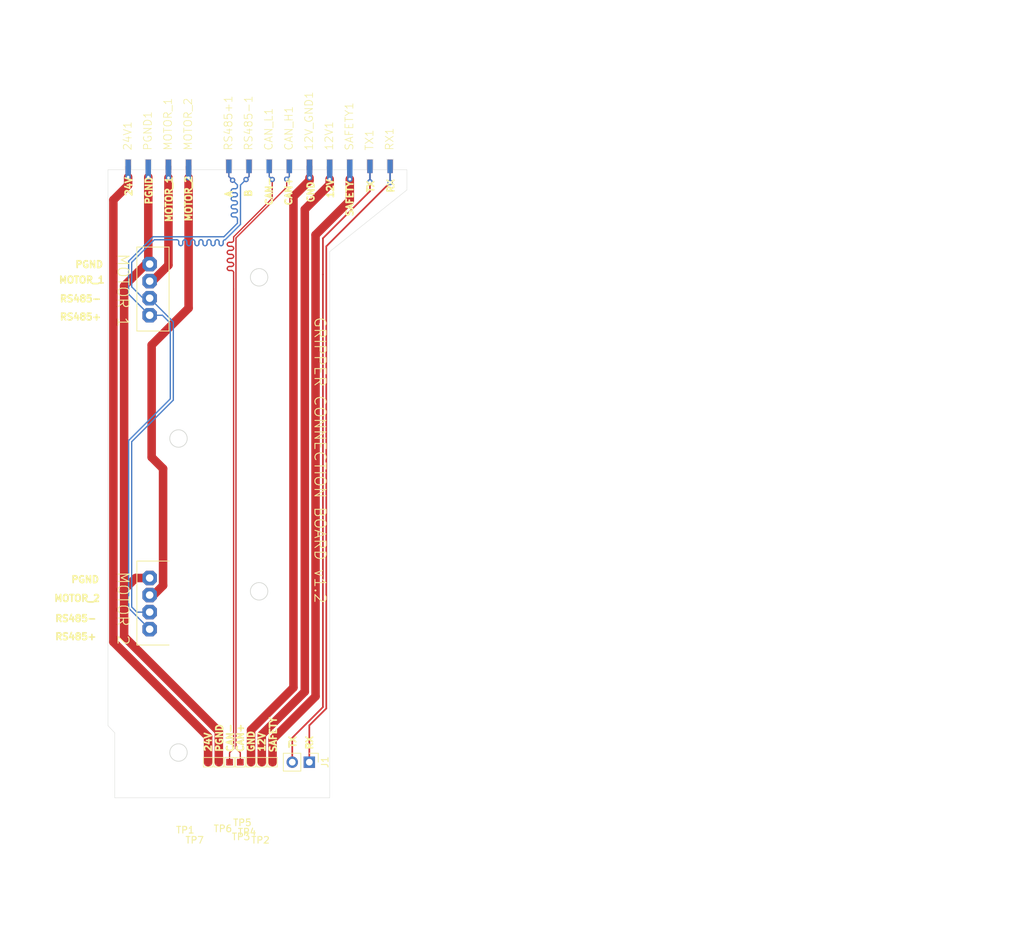
<source format=kicad_pcb>
(kicad_pcb (version 20211014) (generator pcbnew)
  (layers (0 "F.Cu" signal) (31 "B.Cu" signal) (34 "B.Paste" user) (35 "F.Paste" user) (36 "B.SilkS" user "B.Silkscreen") (37 "F.SilkS" user "F.Silkscreen") (38 "B.Mask" user) (39 "F.Mask" user) (44 "Edge.Cuts" user))
  (net 0 "")
  (net 1 "/12V")
  (net 2 "/CAN+")
  (net 3 "/CAN-")
  (net 4 "/RS485+")
  (net 5 "/RS485-")
  (net 6 "/MOTOR_1")
  (net 7 "/MOTOR_2")
  (net 8 "/24V")
  (net 9 "/SAFETY")
  (net 10 "/TX")
  (net 11 "/RX")
  (net 12 "/GND")
  (net 13 "GNDPWR")
  (footprint "Gripper Connection Board:SMD1,27-2,54" (layer "F.Cu") (at 151.3 60.3)
    (fp_text reference "MOTOR_2" (at 0.6 -2.3 90) (layer "F.SilkS") (effects (font (size 1.1684 1.1684) (thickness 0.1016)) (justify left bottom)))
    (fp_text value "SMD2")
    (pad "1" smd rect (at 0 0) (size 0.8 2) (layers "F.Cu" "F.Paste" "F.Mask") (net 7 "/MOTOR_2"))
    (pad "2" smd rect (at 0 0) (size 0.8 2) (layers "B.Cu" "B.Paste" "B.Mask") (net 7 "/MOTOR_2"))
  )
  (footprint "footprints:PinHeader_1x02_P2.54mm_Vertical" (layer "F.Cu") (at 169.275 149 -90)
    (fp_text reference "J1" (at 0 -2.33 -90) (layer "F.SilkS"))
    (fp_text value "Conn_01x02_Male")
    (fp_line (start -1.33 3.87) (end 1.33 3.87) (layer "F.SilkS") (width 0.12))
    (fp_line (start -1.33 0) (end -1.33 -1.33) (layer "F.SilkS") (width 0.12))
    (fp_line (start -1.33 1.27) (end -1.33 3.87) (layer "F.SilkS") (width 0.12))
    (fp_line (start 1.33 1.27) (end 1.33 3.87) (layer "F.SilkS") (width 0.12))
    (fp_line (start -1.33 1.27) (end 1.33 1.27) (layer "F.SilkS") (width 0.12))
    (fp_line (start -1.33 -1.33) (end 0 -1.33) (layer "F.SilkS") (width 0.12))
    (pad "1" thru_hole rect locked (at 0 0 270) (size 1.7 1.7) (drill 1) (layers *.Cu *.Mask) (net 11 "/RX"))
    (pad "2" thru_hole oval locked (at 0 2.54 270) (size 1.7 1.7) (drill 1) (layers *.Cu *.Mask) (net 10 "/TX"))
  )
  (footprint "Gripper Connection Board:SE11" (layer "F.Cu") (at 145.502 126.6599)
    (fp_text reference "LSP16" hide)
    (fp_text value "SE11" hide)
    (pad "MP" thru_hole roundrect locked (at 0 0) (size 2.159 2.159) (drill 1.1176) (layers *.Cu *.Mask) (chamfer_ratio 0.25) (chamfer top_left top_right bottom_left bottom_right) (net 5 "/RS485-"))
  )
  (footprint "Gripper Connection Board:SMD1,27-2,54" (layer "F.Cu") (at 172.3 60.3)
    (fp_text reference "12V1" (at 0.6 -2.3 90) (layer "F.SilkS") (effects (font (size 1.1684 1.1684) (thickness 0.1016)) (justify left bottom)))
    (fp_text value "SMD2")
    (pad "1" smd rect (at 0 0) (size 0.8 2) (layers "F.Cu" "F.Paste" "F.Mask") (net 1 "/12V"))
    (pad "2" smd rect (at 0 0) (size 0.8 2) (layers "B.Cu" "B.Paste" "B.Mask") (net 1 "/12V"))
  )
  (footprint "footprints:TestPoint_Pad_1.0x1.0mm" (layer "F.Cu") (at 155.8 149)
    (fp_text reference "TP7" (at -3.6 11.6) (layer "F.SilkS"))
    (fp_text value "TestPoint_Small")
    (fp_line (start 0.7 0.7) (end -0.7 0.7) (layer "F.SilkS") (width 0.12))
    (fp_line (start 0.7 -0.7) (end 0.7 0.7) (layer "F.SilkS") (width 0.12))
    (fp_line (start -0.7 0.7) (end -0.7 -0.7) (layer "F.SilkS") (width 0.12))
    (fp_line (start -0.7 -0.7) (end 0.7 -0.7) (layer "F.SilkS") (width 0.12))
    (pad "1" smd rect locked (at 0 0) (size 1 1) (layers "F.Cu" "F.Mask") (net 13 "GNDPWR"))
  )
  (footprint "footprints:TestPoint_Pad_1.0x1.0mm" (layer "F.Cu") (at 160.6 149)
    (fp_text reference "TP4" (at -0.6 10.4) (layer "F.SilkS"))
    (fp_text value "TestPoint_Small")
    (fp_line (start 0.7 -0.7) (end 0.7 0.7) (layer "F.SilkS") (width 0.12))
    (fp_line (start -0.7 -0.7) (end 0.7 -0.7) (layer "F.SilkS") (width 0.12))
    (fp_line (start -0.7 0.7) (end -0.7 -0.7) (layer "F.SilkS") (width 0.12))
    (fp_line (start 0.7 0.7) (end -0.7 0.7) (layer "F.SilkS") (width 0.12))
    (pad "1" smd rect locked (at 0 0) (size 1 1) (layers "F.Cu" "F.Mask") (net 12 "/GND"))
  )
  (footprint "footprints:TestPoint_Pad_1.0x1.0mm" (layer "F.Cu") (at 163.8 149)
    (fp_text reference "TP2" (at -1.8 11.6) (layer "F.SilkS"))
    (fp_text value "TestPoint_Small")
    (fp_line (start 0.7 -0.7) (end 0.7 0.7) (layer "F.SilkS") (width 0.12))
    (fp_line (start -0.7 0.7) (end -0.7 -0.7) (layer "F.SilkS") (width 0.12))
    (fp_line (start 0.7 0.7) (end -0.7 0.7) (layer "F.SilkS") (width 0.12))
    (fp_line (start -0.7 -0.7) (end 0.7 -0.7) (layer "F.SilkS") (width 0.12))
    (pad "1" smd rect locked (at 0 0) (size 1 1) (layers "F.Cu" "F.Mask") (net 9 "/SAFETY"))
  )
  (footprint "Gripper Connection Board:SMD1,27-2,54" (layer "F.Cu") (at 157.3 60.3)
    (fp_text reference "RS485+1" (at 0.6 -2.3 90) (layer "F.SilkS") (effects (font (size 1.1684 1.1684) (thickness 0.1016)) (justify left bottom)))
    (fp_text value "SMD2")
    (pad "1" smd rect (at 0 0) (size 0.8 2) (layers "F.Cu" "F.Paste" "F.Mask") (net 4 "/RS485+"))
    (pad "2" smd rect (at 0 0) (size 0.8 2) (layers "B.Cu" "B.Paste" "B.Mask") (net 4 "/RS485+"))
  )
  (footprint "footprints:TestPoint_Pad_1.0x1.0mm" (layer "F.Cu") (at 159 149)
    (fp_text reference "TP5" (at 0.3 9) (layer "F.SilkS"))
    (fp_text value "TestPoint_Small")
    (fp_line (start -0.7 -0.7) (end 0.7 -0.7) (layer "F.SilkS") (width 0.12))
    (fp_line (start -0.7 0.7) (end -0.7 -0.7) (layer "F.SilkS") (width 0.12))
    (fp_line (start 0.7 0.7) (end -0.7 0.7) (layer "F.SilkS") (width 0.12))
    (fp_line (start 0.7 -0.7) (end 0.7 0.7) (layer "F.SilkS") (width 0.12))
    (pad "1" smd rect locked (at 0 0) (size 1 1) (layers "F.Cu" "F.Mask") (net 2 "/CAN+"))
  )
  (footprint "Gripper Connection Board:SMD1,27-2,54" (layer "F.Cu") (at 148.3 60.3)
    (fp_text reference "MOTOR_1" (at 0.6 -2.3 90) (layer "F.SilkS") (effects (font (size 1.1684 1.1684) (thickness 0.1016)) (justify left bottom)))
    (fp_text value "SMD2")
    (pad "1" smd rect (at 0 0) (size 0.8 2) (layers "F.Cu" "F.Paste" "F.Mask") (net 6 "/MOTOR_1"))
    (pad "2" smd rect (at 0 0) (size 0.8 2) (layers "B.Cu" "B.Paste" "B.Mask") (net 6 "/MOTOR_1"))
  )
  (footprint "Gripper Connection Board:SMD1,27-2,54" (layer "F.Cu") (at 160.3 60.3)
    (fp_text reference "RS485-1" (at 0.6 -2.3 90) (layer "F.SilkS") (effects (font (size 1.1684 1.1684) (thickness 0.1016)) (justify left bottom)))
    (fp_text value "SMD2")
    (pad "1" smd rect (at 0 0) (size 0.8 2) (layers "F.Cu" "F.Paste" "F.Mask") (net 5 "/RS485-"))
    (pad "2" smd rect (at 0 0) (size 0.8 2) (layers "B.Cu" "B.Paste" "B.Mask") (net 5 "/RS485-"))
  )
  (footprint "Gripper Connection Board:SE11" (layer "F.Cu") (at 145.502 82.4639)
    (fp_text reference "LSP15" hide)
    (fp_text value "SE11" hide)
    (pad "MP" thru_hole roundrect locked (at 0 0) (size 2.159 2.159) (drill 1.1176) (layers *.Cu *.Mask) (chamfer_ratio 0.25) (chamfer top_left top_right bottom_left bottom_right) (net 4 "/RS485+"))
  )
  (footprint "Gripper Connection Board:SE11" (layer "F.Cu") (at 145.502 77.3839)
    (fp_text reference "LSP10" hide)
    (fp_text value "SE11" hide)
    (pad "MP" thru_hole roundrect locked (at 0 0) (size 2.159 2.159) (drill 1.1176) (layers *.Cu *.Mask) (chamfer_ratio 0.25) (chamfer top_left top_right bottom_left bottom_right) (net 6 "/MOTOR_1"))
  )
  (footprint "Gripper Connection Board:SMD1,27-2,54" (layer "F.Cu") (at 181.3 60.3)
    (fp_text reference "RX1" (at 0.6 -2.3 90) (layer "F.SilkS") (effects (font (size 1.1684 1.1684) (thickness 0.1016)) (justify left bottom)))
    (fp_text value "SMD2")
    (pad "1" smd rect (at 0 0) (size 0.8 2) (layers "F.Cu" "F.Paste" "F.Mask") (net 11 "/RX"))
    (pad "2" smd rect (at 0 0) (size 0.8 2) (layers "B.Cu" "B.Paste" "B.Mask") (net 11 "/RX"))
  )
  (footprint "Gripper Connection Board:SE11" (layer "F.Cu") (at 145.502 124.1199)
    (fp_text reference "LSP14" hide)
    (fp_text value "SE11" hide)
    (pad "MP" thru_hole roundrect locked (at 0 0) (size 2.159 2.159) (drill 1.1176) (layers *.Cu *.Mask) (chamfer_ratio 0.25) (chamfer top_left top_right bottom_left bottom_right) (net 7 "/MOTOR_2"))
  )
  (footprint "Gripper Connection Board:SE11" (layer "F.Cu") (at 145.502 121.5799)
    (fp_text reference "LSP13" hide)
    (fp_text value "SE11" hide)
    (pad "MP" thru_hole roundrect locked (at 0 0) (size 2.159 2.159) (drill 1.1176) (layers *.Cu *.Mask) (chamfer_ratio 0.25) (chamfer top_left top_right bottom_left bottom_right) (net 13 "GNDPWR"))
  )
  (footprint "Gripper Connection Board:SE11" (layer "F.Cu") (at 145.502 129.1999)
    (fp_text reference "LSP11" hide)
    (fp_text value "SE11" hide)
    (pad "MP" thru_hole roundrect locked (at 0 0) (size 2.159 2.159) (drill 1.1176) (layers *.Cu *.Mask) (chamfer_ratio 0.25) (chamfer top_left top_right bottom_left bottom_right) (net 4 "/RS485+"))
  )
  (footprint "Gripper Connection Board:SMD1,27-2,54" (layer "F.Cu") (at 163.3 60.3)
    (fp_text reference "CAN_L1" (at 0.6 -2.3 90) (layer "F.SilkS") (effects (font (size 1.1684 1.1684) (thickness 0.1016)) (justify left bottom)))
    (fp_text value "SMD2")
    (pad "1" smd rect (at 0 0) (size 0.8 2) (layers "F.Cu" "F.Paste" "F.Mask") (net 3 "/CAN-"))
    (pad "2" smd rect (at 0 0) (size 0.8 2) (layers "B.Cu" "B.Paste" "B.Mask") (net 3 "/CAN-"))
  )
  (footprint "Gripper Connection Board:SMD1,27-2,54" (layer "F.Cu") (at 145.3 60.3)
    (fp_text reference "PGND1" (at 0.6 -2.3 90) (layer "F.SilkS") (effects (font (size 1.1684 1.1684) (thickness 0.1016)) (justify left bottom)))
    (fp_text value "SMD2")
    (pad "1" smd rect (at 0 0) (size 0.8 2) (layers "F.Cu" "F.Paste" "F.Mask") (net 13 "GNDPWR"))
    (pad "2" smd rect (at 0 0) (size 0.8 2) (layers "B.Cu" "B.Paste" "B.Mask") (net 13 "GNDPWR"))
  )
  (footprint "Gripper Connection Board:SMD1,27-2,54" (layer "F.Cu") (at 166.3 60.3)
    (fp_text reference "CAN_H1" (at 0.6 -2.3 90) (layer "F.SilkS") (effects (font (size 1.1684 1.1684) (thickness 0.1016)) (justify left bottom)))
    (fp_text value "SMD2")
    (pad "1" smd rect (at 0 0) (size 0.8 2) (layers "F.Cu" "F.Paste" "F.Mask") (net 2 "/CAN+"))
    (pad "2" smd rect (at 0 0) (size 0.8 2) (layers "B.Cu" "B.Paste" "B.Mask") (net 2 "/CAN+"))
  )
  (footprint "footprints:TestPoint_Pad_1.0x1.0mm" (layer "F.Cu") (at 154.2 149)
    (fp_text reference "TP1" (at -3.4 10.1) (layer "F.SilkS"))
    (fp_text value "TestPoint_Small")
    (fp_line (start -0.7 -0.7) (end 0.7 -0.7) (layer "F.SilkS") (width 0.12))
    (fp_line (start 0.7 -0.7) (end 0.7 0.7) (layer "F.SilkS") (width 0.12))
    (fp_line (start 0.7 0.7) (end -0.7 0.7) (layer "F.SilkS") (width 0.12))
    (fp_line (start -0.7 0.7) (end -0.7 -0.7) (layer "F.SilkS") (width 0.12))
    (pad "1" smd rect locked (at 0 0) (size 1 1) (layers "F.Cu" "F.Mask") (net 8 "/24V"))
  )
  (footprint "footprints:TestPoint_Pad_1.0x1.0mm" (layer "F.Cu") (at 157.4 149)
    (fp_text reference "TP6" (at -1 9.9) (layer "F.SilkS"))
    (fp_text value "TestPoint_Small")
    (fp_line (start -0.7 -0.7) (end 0.7 -0.7) (layer "F.SilkS") (width 0.12))
    (fp_line (start 0.7 -0.7) (end 0.7 0.7) (layer "F.SilkS") (width 0.12))
    (fp_line (start 0.7 0.7) (end -0.7 0.7) (layer "F.SilkS") (width 0.12))
    (fp_line (start -0.7 0.7) (end -0.7 -0.7) (layer "F.SilkS") (width 0.12))
    (pad "1" smd rect locked (at 0 0) (size 1 1) (layers "F.Cu" "F.Mask") (net 3 "/CAN-"))
  )
  (footprint "Gripper Connection Board:SE11" (layer "F.Cu") (at 145.502 79.9239)
    (fp_text reference "LSP12" hide)
    (fp_text value "SE11" hide)
    (pad "MP" thru_hole roundrect locked (at 0 0) (size 2.159 2.159) (drill 1.1176) (layers *.Cu *.Mask) (chamfer_ratio 0.25) (chamfer top_left top_right bottom_left bottom_right) (net 5 "/RS485-"))
  )
  (footprint "Gripper Connection Board:SMD1,27-2,54" (layer "F.Cu") (at 169.3 60.3)
    (fp_text reference "12V_GND1" (at 0.6 -2.3 90) (layer "F.SilkS") (effects (font (size 1.1684 1.1684) (thickness 0.1016)) (justify left bottom)))
    (fp_text value "SMD2")
    (pad "1" smd rect (at 0 0) (size 0.8 2) (layers "F.Cu" "F.Paste" "F.Mask") (net 12 "/GND"))
    (pad "2" smd rect (at 0 0) (size 0.8 2) (layers "B.Cu" "B.Paste" "B.Mask") (net 12 "/GND"))
  )
  (footprint "footprints:TestPoint_Pad_1.0x1.0mm" (layer "F.Cu") (at 162.2 149)
    (fp_text reference "TP3" (at -3.1 11.1) (layer "F.SilkS"))
    (fp_text value "TestPoint_Small")
    (fp_line (start 0.7 0.7) (end -0.7 0.7) (layer "F.SilkS") (width 0.12))
    (fp_line (start -0.7 0.7) (end -0.7 -0.7) (layer "F.SilkS") (width 0.12))
    (fp_line (start 0.7 -0.7) (end 0.7 0.7) (layer "F.SilkS") (width 0.12))
    (fp_line (start -0.7 -0.7) (end 0.7 -0.7) (layer "F.SilkS") (width 0.12))
    (pad "1" smd rect locked (at 0 0) (size 1 1) (layers "F.Cu" "F.Mask") (net 1 "/12V"))
  )
  (footprint "Gripper Connection Board:SMD1,27-2,54" (layer "F.Cu") (at 178.3 60.3)
    (fp_text reference "TX1" (at 0.6 -2.3 90) (layer "F.SilkS") (effects (font (size 1.1684 1.1684) (thickness 0.1016)) (justify left bottom)))
    (fp_text value "SMD2")
    (pad "1" smd rect (at 0 0) (size 0.8 2) (layers "F.Cu" "F.Paste" "F.Mask") (net 10 "/TX"))
    (pad "2" smd rect (at 0 0) (size 0.8 2) (layers "B.Cu" "B.Paste" "B.Mask") (net 10 "/TX"))
  )
  (footprint "Gripper Connection Board:SMD1,27-2,54" (layer "F.Cu") (at 142.3 60.3)
    (fp_text reference "24V1" (at 0.6 -2.3 90) (layer "F.SilkS") (effects (font (size 1.1684 1.1684) (thickness 0.1016)) (justify left bottom)))
    (fp_text value "SMD2")
    (pad "1" smd rect (at 0 0) (size 0.8 2) (layers "F.Cu" "F.Paste" "F.Mask") (net 8 "/24V"))
    (pad "2" smd rect (at 0 0) (size 0.8 2) (layers "B.Cu" "B.Paste" "B.Mask") (net 8 "/24V"))
  )
  (footprint "Gripper Connection Board:SE11" (layer "F.Cu") (at 145.502 74.8439)
    (fp_text reference "LSP9" hide)
    (fp_text value "SE11" hide)
    (pad "MP" thru_hole roundrect locked (at 0 0) (size 2.159 2.159) (drill 1.1176) (layers *.Cu *.Mask) (chamfer_ratio 0.25) (chamfer top_left top_right bottom_left bottom_right) (net 13 "GNDPWR"))
  )
  (footprint "Gripper Connection Board:SMD1,27-2,54" (layer "F.Cu") (at 175.3 60.3)
    (fp_text reference "SAFETY1" (at 0.6 -2.3 90) (layer "F.SilkS") (effects (font (size 1.1684 1.1684) (thickness 0.1016)) (justify left bottom)))
    (fp_text value "SMD2")
    (pad "1" smd rect (at 0 0) (size 0.8 2) (layers "F.Cu" "F.Paste" "F.Mask") (net 9 "/SAFETY"))
    (pad "2" smd rect (at 0 0) (size 0.8 2) (layers "B.Cu" "B.Paste" "B.Mask") (net 9 "/SAFETY"))
  )
  (gr_line (start 148.3964 84.8111) (end 143.5964 84.8111) (layer "F.SilkS") (width 0.127))
  (gr_line (start 143.5964 131.5611) (end 143.5964 119.0611) (layer "F.SilkS") (width 0.127))
  (gr_line (start 148.3964 72.3111) (end 148.3964 84.8111) (layer "F.SilkS") (width 0.127))
  (gr_line (start 143.5964 119.0611) (end 148.3964 119.0611) (layer "F.SilkS") (width 0.127))
  (gr_line (start 143.5964 84.8111) (end 143.5964 72.3111) (layer "F.SilkS") (width 0.127))
  (gr_line (start 143.5964 72.3111) (end 148.3964 72.3111) (layer "F.SilkS") (width 0.127))
  (gr_line (start 148.3964 131.5611) (end 143.5964 131.5611) (layer "F.SilkS") (width 0.127))
  (gr_line (start 157.8 60.8111) (end 159.8 60.8111) (layer "Edge.Cuts") (width 0.05))
  (gr_line (start 148.7964 59.2411) (end 147.7964 59.2411) (layer "Edge.Cuts") (width 0.05))
  (gr_line (start 169.8 59.23) (end 168.8 59.23) (layer "Edge.Cuts") (width 0.05))
  (gr_line (start 157.8 59.2411) (end 156.8 59.2411) (layer "Edge.Cuts") (width 0.05))
  (gr_line (start 174.8036 60.8111) (end 172.8036 60.8111) (layer "Edge.Cuts") (width 0.05))
  (gr_line (start 156.8 59.2411) (end 156.8 60.8111) (layer "Edge.Cuts") (width 0.05))
  (gr_line (start 172.8036 59.2411) (end 171.8036 59.2411) (layer "Edge.Cuts") (width 0.05))
  (gr_line (start 180.8072 60.8111) (end 178.8036 60.8111) (layer "Edge.Cuts") (width 0.05))
  (gr_line (start 175.8036 59.2411) (end 174.8036 59.2411) (layer "Edge.Cuts") (width 0.05))
  (gr_line (start 141.7964 59.2411) (end 142.7964 59.2411) (layer "Edge.Cuts") (width 0.05))
  (gr_line (start 145.7964 59.2411) (end 144.7964 59.2411) (layer "Edge.Cuts") (width 0.05))
  (gr_line (start 175.8036 60.8111) (end 175.8036 59.2411) (layer "Edge.Cuts") (width 0.05))
  (gr_line (start 140.3 154.3111) (end 140.2964 144.6222) (layer "Edge.Cuts") (width 0.05))
  (gr_line (start 142.7964 60.8111) (end 144.7964 60.8111) (layer "Edge.Cuts") (width 0.05))
  (gr_line (start 181.8072 60.8111) (end 181.8072 59.2411) (layer "Edge.Cuts") (width 0.05))
  (gr_line (start 163.8 59.2411) (end 162.8 59.2411) (layer "Edge.Cuts") (width 0.05))
  (gr_line (start 172.8036 60.8111) (end 172.8036 59.2411) (layer "Edge.Cuts") (width 0.05))
  (gr_line (start 151.8 60.8111) (end 151.8 59.2411) (layer "Edge.Cuts") (width 0.05))
  (gr_line (start 177.8 60.8111) (end 175.8036 60.8111) (layer "Edge.Cuts") (width 0.05))
  (gr_line (start 163.8 60.8111) (end 163.8 59.2411) (layer "Edge.Cuts") (width 0.05))
  (gr_line (start 160.8 60.8111) (end 162.8 60.8111) (layer "Edge.Cuts") (width 0.05))
  (gr_line (start 165.8036 59.2411) (end 165.8036 60.8111) (layer "Edge.Cuts") (width 0.05))
  (gr_line (start 147.7964 59.2411) (end 147.7964 60.8111) (layer "Edge.Cuts") (width 0.05))
  (gr_line (start 183.8072 60.8111) (end 183.8072 63.8) (layer "Edge.Cuts") (width 0.05))
  (gr_line (start 172.2964 73) (end 172.2964 154.3111) (layer "Edge.Cuts") (width 0.05))
  (gr_line (start 141.7964 60.8111) (end 139.2964 60.8111) (layer "Edge.Cuts") (width 0.05))
  (gr_line (start 166.8036 60.8111) (end 168.8 60.8111) (layer "Edge.Cuts") (width 0.05))
  (gr_line (start 166.8036 59.2411) (end 165.8036 59.2411) (layer "Edge.Cuts") (width 0.05))
  (gr_line (start 144.7964 59.2411) (end 144.7964 60.8111) (layer "Edge.Cuts") (width 0.05))
  (gr_line (start 183.8072 60.8111) (end 181.8072 60.8111) (layer "Edge.Cuts") (width 0.05))
  (gr_line (start 177.8 59.2411) (end 177.8 60.8111) (layer "Edge.Cuts") (width 0.05))
  (gr_line (start 142.7964 60.8111) (end 142.7964 59.2411) (layer "Edge.Cuts") (width 0.05))
  (gr_line (start 168.8 59.23) (end 168.8 60.8111) (layer "Edge.Cuts") (width 0.05))
  (gr_line (start 181.8072 59.2411) (end 180.8072 59.2411) (layer "Edge.Cuts") (width 0.05))
  (gr_line (start 178.8036 59.2411) (end 177.8 59.2411) (layer "Edge.Cuts") (width 0.05))
  (gr_line (start 162.8 59.2411) (end 162.8 60.8111) (layer "Edge.Cuts") (width 0.05))
  (gr_line (start 159.8 59.2411) (end 159.8 60.8111) (layer "Edge.Cuts") (width 0.05))
  (gr_line (start 140.2964 144.6222) (end 139.2964 143.5611) (layer "Edge.Cuts") (width 0.05))
  (gr_circle (center 149.7964 100.8111) (end 149.7964 102.1111) (layer "Edge.Cuts") (width 0.1) (fill none))
  (gr_line (start 171.8036 60.8111) (end 169.8 60.8111) (layer "Edge.Cuts") (width 0.05))
  (gr_line (start 145.7964 60.8111) (end 147.7964 60.8111) (layer "Edge.Cuts") (width 0.05))
  (gr_line (start 145.7964 60.8111) (end 145.7964 59.2411) (layer "Edge.Cuts") (width 0.05))
  (gr_line (start 140.3 154.3111) (end 172.2964 154.3111) (layer "Edge.Cuts") (width 0.05))
  (gr_line (start 141.7964 59.2411) (end 141.7964 60.8111) (layer "Edge.Cuts") (width 0.05))
  (gr_line (start 139.2964 60.8111) (end 139.2964 143.5611) (layer "Edge.Cuts") (width 0.05))
  (gr_line (start 166.8036 60.8111) (end 166.8036 59.2411) (layer "Edge.Cuts") (width 0.05))
  (gr_line (start 148.7964 60.8111) (end 148.7964 59.2411) (layer "Edge.Cuts") (width 0.05))
  (gr_line (start 180.8072 59.2411) (end 180.8072 60.8111) (layer "Edge.Cuts") (width 0.05))
  (gr_line (start 183.8072 63.8) (end 172.2964 73) (layer "Edge.Cuts") (width 0.05))
  (gr_circle (center 161.7964 76.8111) (end 161.7964 78.1111) (layer "Edge.Cuts") (width 0.1) (fill none))
  (gr_line (start 151.8 60.8111) (end 156.8 60.8111) (layer "Edge.Cuts") (width 0.05))
  (gr_line (start 160.8 59.2411) (end 159.8 59.2411) (layer "Edge.Cuts") (width 0.05))
  (gr_circle (center 149.7964 147.5611) (end 151.0964 147.5611) (layer "Edge.Cuts") (width 0.1) (fill none))
  (gr_line (start 148.7964 60.8111) (end 150.8 60.8111) (layer "Edge.Cuts") (width 0.05))
  (gr_line (start 160.8 60.8111) (end 160.8 59.2411) (layer "Edge.Cuts") (width 0.05))
  (gr_line (start 151.8 59.2411) (end 150.8 59.2411) (layer "Edge.Cuts") (width 0.05))
  (gr_line (start 171.8036 59.2411) (end 171.8036 60.8111) (layer "Edge.Cuts") (width 0.05))
  (gr_circle (center 161.7964 123.5611) (end 161.7964 124.8611) (layer "Edge.Cuts") (width 0.1) (fill none))
  (gr_line (start 169.8 60.8111) (end 169.8 59.23) (layer "Edge.Cuts") (width 0.05))
  (gr_line (start 163.8 60.8111) (end 165.8036 60.8111) (layer "Edge.Cuts") (width 0.05))
  (gr_line (start 174.8036 59.2411) (end 174.8036 60.8111) (layer "Edge.Cuts") (width 0.05))
  (gr_line (start 178.8036 60.8111) (end 178.8036 59.2411) (layer "Edge.Cuts") (width 0.05))
  (gr_line (start 157.8 60.8111) (end 157.8 59.2411) (layer "Edge.Cuts") (width 0.05))
  (gr_line (start 150.8 59.2411) (end 150.8 60.8111) (layer "Edge.Cuts") (width 0.05))
  (gr_text "PGND" (at 145.4 63.9 90) (layer "F.SilkS") (effects (font (size 1 1) (thickness 0.25))))
  (gr_text "B" (at 160.2 64.3 90) (layer "F.SilkS") (effects (font (size 1 1) (thickness 0.25))))
  (gr_text "SAFETY" (at 163.9 144.9 90) (layer "F.SilkS") (effects (font (size 1 1) (thickness 0.25))))
  (gr_text "RS485+" (at 134.5 130.3) (layer "F.SilkS") (effects (font (size 1 1) (thickness 0.25))))
  (gr_text "RS485-" (at 134.5 127.6) (layer "F.SilkS") (effects (font (size 1 1) (thickness 0.25))))
  (gr_text "12V" (at 162.2 146 90) (layer "F.SilkS") (effects (font (size 1 1) (thickness 0.25))))
  (gr_text "RX" (at 169.3 146.1 90) (layer "F.SilkS") (effects (font (size 1 1) (thickness 0.25))))
  (gr_text "GND" (at 169.5 64.1 90) (layer "F.SilkS") (effects (font (size 1 1) (thickness 0.25))))
  (gr_text "GRIPPER CONNECTION BOARD v1.2" (at 169.9 82.6 -90) (layer "F.SilkS") (effects (font (size 1.63576 1.63576) (thickness 0.14224)) (justify left bottom)))
  (gr_text "MOTOR_2" (at 134.7 124.6) (layer "F.SilkS") (effects (font (size 1 1) (thickness 0.25))))
  (gr_text "TX" (at 166.8 146 90) (layer "F.SilkS") (effects (font (size 1 1) (thickness 0.25))))
  (gr_text "PGND" (at 136.5 74.9) (layer "F.SilkS") (effects (font (size 1 1) (thickness 0.25))))
  (gr_text "RX" (at 181.4 63.2 90) (layer "F.SilkS") (effects (font (size 1 1) (thickness 0.25))))
  (gr_text "CAN+" (at 159 145.4 90) (layer "F.SilkS") (effects (font (size 1 1) (thickness 0.25))))
  (gr_text "SAFETY" (at 175.3 65.1 90) (layer "F.SilkS") (effects (font (size 1 1) (thickness 0.25))))
  (gr_text "RS485+" (at 135.2 82.7) (layer "F.SilkS") (effects (font (size 1 1) (thickness 0.25))))
  (gr_text "MOTOR_2" (at 151.3 65.1 90) (layer "F.SilkS") (effects (font (size 1 1) (thickness 0.25))))
  (gr_text "RS485-" (at 135.2 80) (layer "F.SilkS") (effects (font (size 1 1) (thickness 0.25))))
  (gr_text "24V" (at 154.2 146 90) (layer "F.SilkS") (effects (font (size 1 1) (thickness 0.25))))
  (gr_text "MOTOR_1" (at 135.4 77.2) (layer "F.SilkS") (effects (font (size 1 1) (thickness 0.25))))
  (gr_text "24V" (at 142.4 63.3 90) (layer "F.SilkS") (effects (font (size 1 1) (thickness 0.25))))
  (gr_text "CAN+" (at 166.2 64 90) (layer "F.SilkS") (effects (font (size 1 1) (thickness 0.25))))
  (gr_text "CAN-" (at 157.5 145.4 90) (layer "F.SilkS") (effects (font (size 1 1) (thickness 0.25))))
  (gr_text "A" (at 157.3 64.4 90) (layer "F.SilkS") (effects (font (size 1 1) (thickness 0.25))))
  (gr_text "MOTOR_1" (at 148.4 65.2 90) (layer "F.SilkS") (effects (font (size 1 1) (thickness 0.25))))
  (gr_text "CAN-" (at 163.3 64 90) (layer "F.SilkS") (effects (font (size 1 1) (thickness 0.25))))
  (gr_text "MOTOR 1" (at 140.598 73.1915 -90) (layer "F.SilkS") (effects (font (size 1.63576 1.63576) (thickness 0.14224)) (justify left bottom)))
  (gr_text "PGND" (at 135.9 121.8) (layer "F.SilkS") (effects (font (size 1 1) (thickness 0.25))))
  (gr_text "TX" (at 178.4 63.3 90) (layer "F.SilkS") (effects (font (size 1 1) (thickness 0.25))))
  (gr_text "GND" (at 160.6 145.9 90) (layer "F.SilkS") (effects (font (size 1 1) (thickness 0.25))))
  (gr_text "MOTOR 2" (at 140.598 120.5211 -90) (layer "F.SilkS") (effects (font (size 1.63576 1.63576) (thickness 0.14224)) (justify left bottom)))
  (gr_text "PGND" (at 155.9 145.4 90) (layer "F.SilkS") (effects (font (size 1 1) (thickness 0.25))))
  (gr_text "12V" (at 172.4 63.6 90) (layer "F.SilkS") (effects (font (size 1 1) (thickness 0.25))))
  (segment (start 172.3 63) (end 168.6 66.7) (width 1.27) (layer "F.Cu") (net 1))
  (segment (start 162.2 144.9) (end 162.2 149) (width 1.27) (layer "F.Cu") (net 1))
  (segment (start 172.3 62.2) (end 172.3 63) (width 1.27) (layer "F.Cu") (net 1))
  (segment (start 168.6 66.7) (end 168.6 138.5) (width 1.27) (layer "F.Cu") (net 1))
  (segment (start 172.3 62.2) (end 172.3 60.3) (width 0.8) (layer "F.Cu") (net 1))
  (segment (start 168.6 138.5) (end 162.2 144.9) (width 1.27) (layer "F.Cu") (net 1))
  (via (at 172.3 62.2) (size 0.8) (drill 0.4) (layers "F.Cu" "B.Cu") (net 1))
  (segment (start 172.3 62.2) (end 172.3 60.3) (width 0.8) (layer "B.Cu") (net 1))
  (segment (start 166.3 61.805001) (end 165.902501 62.202501) (width 0.2) (layer "F.Cu") (net 2))
  (segment (start 158.35192 70.94808) (end 158.35192 146.95192) (width 0.2) (layer "F.Cu") (net 2))
  (segment (start 166.3 59.9) (end 166.3 61.805001) (width 0.2) (layer "F.Cu") (net 2))
  (segment (start 159 147.6) (end 159 149) (width 0.2) (layer "F.Cu") (net 2))
  (segment (start 165.902501 63.397499) (end 158.35192 70.94808) (width 0.2) (layer "F.Cu") (net 2))
  (segment (start 165.902501 62.202501) (end 165.902501 63.397499) (width 0.2) (layer "F.Cu") (net 2))
  (segment (start 158.35192 146.95192) (end 159 147.6) (width 0.2) (layer "F.Cu") (net 2))
  (via (at 165.902501 62.202501) (size 0.8) (drill 0.4) (layers "F.Cu" "B.Cu") (net 2))
  (segment (start 166.3 61.8) (end 166.3 60.3) (width 0.2) (layer "B.Cu") (net 2))
  (segment (start 165.902501 62.197499) (end 166.3 61.8) (width 0.2) (layer "B.Cu") (net 2))
  (segment (start 165.902501 62.202501) (end 165.902501 62.197499) (width 0.2) (layer "B.Cu") (net 2))
  (segment (start 157.355466 75.8) (end 157.7 75.8) (width 0.2) (layer "F.Cu") (net 3))
  (segment (start 163.7475 62.2525) (end 163.7475 65.05481) (width 0.2) (layer "F.Cu") (net 3))
  (segment (start 163.3 59.9) (end 163.3 61.805001) (width 0.2) (layer "F.Cu") (net 3))
  (segment (start 157.7 72.8) (end 157.355466 72.8) (width 0.2) (layer "F.Cu") (net 3))
  (segment (start 163.7475 65.05481) (end 158 70.80231) (width 0.2) (layer "F.Cu") (net 3))
  (segment (start 157.355466 74.6) (end 157.7 74.6) (width 0.2) (layer "F.Cu") (net 3))
  (segment (start 158 147) (end 157.4 147.6) (width 0.2) (layer "F.Cu") (net 3))
  (segment (start 157.7 74) (end 157.355466 74) (width 0.2) (layer "F.Cu") (net 3))
  (segment (start 158 76.1) (end 158 78.55) (width 0.2) (layer "F.Cu") (net 3))
  (segment (start 163.3 61.805001) (end 163.7475 62.2525) (width 0.2) (layer "F.Cu") (net 3))
  (segment (start 157.4 147.6) (end 157.4 149) (width 0.2) (layer "F.Cu") (net 3))
  (segment (start 157.7 75.2) (end 157.355466 75.2) (width 0.2) (layer "F.Cu") (net 3))
  (segment (start 158 70.80231) (end 158 71.3) (width 0.2) (layer "F.Cu") (net 3))
  (segment (start 157.355466 72.2) (end 157.7 72.2) (width 0.2) (layer "F.Cu") (net 3))
  (segment (start 157.355466 73.4) (end 157.7 73.4) (width 0.2) (layer "F.Cu") (net 3))
  (segment (start 157.7 71.6) (end 157.355466 71.6) (width 0.2) (layer "F.Cu") (net 3))
  (segment (start 158 78.55) (end 158 147) (width 0.2) (layer "F.Cu") (net 3))
  (via (at 163.7475 62.2525) (size 0.8) (drill 0.4) (layers "F.Cu" "B.Cu") (net 3))
  (arc (start 157.7 75.8) (mid 157.912132 75.887868) (end 158 76.1) (width 0.2) (layer "F.Cu") (net 3))
  (arc (start 157.355466 72.8) (mid 157.143334 72.887868) (end 157.055466 73.1) (width 0.2) (layer "F.Cu") (net 3))
  (arc (start 157.7 73.4) (mid 157.912132 73.487868) (end 158 73.7) (width 0.2) (layer "F.Cu") (net 3))
  (arc (start 157.055466 71.9) (mid 157.143334 72.112132) (end 157.355466 72.2) (width 0.2) (layer "F.Cu") (net 3))
  (arc (start 157.055466 75.5) (mid 157.143334 75.712132) (end 157.355466 75.8) (width 0.2) (layer "F.Cu") (net 3))
  (arc (start 158 71.3) (mid 157.912132 71.512132) (end 157.7 71.6) (width 0.2) (layer "F.Cu") (net 3))
  (arc (start 158 72.5) (mid 157.912132 72.712132) (end 157.7 72.8) (width 0.2) (layer "F.Cu") (net 3))
  (arc (start 158 73.7) (mid 157.912132 73.912132) (end 157.7 74) (width 0.2) (layer "F.Cu") (net 3))
  (arc (start 157.055466 74.3) (mid 157.143334 74.512132) (end 157.355466 74.6) (width 0.2) (layer "F.Cu") (net 3))
  (arc (start 157.355466 71.6) (mid 157.143334 71.687868) (end 157.055466 71.9) (width 0.2) (layer "F.Cu") (net 3))
  (arc (start 158 74.9) (mid 157.912132 75.112132) (end 157.7 75.2) (width 0.2) (layer "F.Cu") (net 3))
  (arc (start 157.7 74.6) (mid 157.912132 74.687868) (end 158 74.9) (width 0.2) (layer "F.Cu") (net 3))
  (arc (start 157.055466 73.1) (mid 157.143334 73.312132) (end 157.355466 73.4) (width 0.2) (layer "F.Cu") (net 3))
  (arc (start 157.7 72.2) (mid 157.912132 72.287868) (end 158 72.5) (width 0.2) (layer "F.Cu") (net 3))
  (arc (start 157.355466 74) (mid 157.143334 74.087868) (end 157.055466 74.3) (width 0.2) (layer "F.Cu") (net 3))
  (arc (start 157.355466 75.2) (mid 157.143334 75.287868) (end 157.055466 75.5) (width 0.2) (layer "F.Cu") (net 3))
  (segment (start 163.3 61.8) (end 163.3 60.3) (width 0.2) (layer "B.Cu") (net 3))
  (segment (start 163.7475 62.2525) (end 163.7475 62.2475) (width 0.2) (layer "B.Cu") (net 3))
  (segment (start 163.7475 62.2475) (end 163.3 61.8) (width 0.2) (layer "B.Cu") (net 3))
  (segment (start 157.3 61.8) (end 157.3 60.3) (width 0.2) (layer "F.Cu") (net 4))
  (segment (start 157.847499 62.352501) (end 157.847499 62.347499) (width 0.2) (layer "F.Cu") (net 4))
  (segment (start 157.847499 62.347499) (end 157.3 61.8) (width 0.2) (layer "F.Cu") (net 4))
  (via (at 157.847499 62.352501) (size 0.8) (drill 0.4) (layers "F.Cu" "B.Cu") (net 4))
  (segment (start 156.554503 70.775) (end 146.0068 70.775) (width 0.2) (layer "B.Cu") (net 4))
  (segment (start 142.375 74.4068) (end 142.375 79.3369) (width 0.2) (layer "B.Cu") (net 4))
  (segment (start 142.375 126.0729) (end 145.502 129.1999) (width 0.2) (layer "B.Cu") (net 4))
  (segment (start 147.405603 82.4639) (end 148.575 83.633297) (width 0.2) (layer "B.Cu") (net 4))
  (segment (start 157.942094 67.825) (end 158.275 67.825) (width 0.2) (layer "B.Cu") (net 4))
  (segment (start 158.275 67.225) (end 157.942094 67.225) (width 0.2) (layer "B.Cu") (net 4))
  (segment (start 158.575 68.125) (end 158.575 68.175) (width 0.2) (layer "B.Cu") (net 4))
  (segment (start 158.575 68.754503) (end 156.554503 70.775) (width 0.2) (layer "B.Cu") (net 4))
  (segment (start 158.575 63.080001) (end 158.575 63.325) (width 0.2) (layer "B.Cu") (net 4))
  (segment (start 148.575 94.9068) (end 142.375 101.1068) (width 0.2) (layer "B.Cu") (net 4))
  (segment (start 142.375 101.1068) (end 142.375 126.0729) (width 0.2) (layer "B.Cu") (net 4))
  (segment (start 145.502 82.4639) (end 147.405603 82.4639) (width 0.2) (layer "B.Cu") (net 4))
  (segment (start 158.575 68.175) (end 158.575 68.754503) (width 0.2) (layer "B.Cu") (net 4))
  (segment (start 158.275 64.825) (end 157.942094 64.825) (width 0.2) (layer "B.Cu") (net 4))
  (segment (start 142.375 79.3369) (end 145.502 82.4639) (width 0.2) (layer "B.Cu") (net 4))
  (segment (start 158.275 63.625) (end 157.942094 63.625) (width 0.2) (layer "B.Cu") (net 4))
  (segment (start 148.575 83.633297) (end 148.575 94.9068) (width 0.2) (layer "B.Cu") (net 4))
  (segment (start 157.847499 62.352501) (end 158.575 63.080001) (width 0.2) (layer "B.Cu") (net 4))
  (segment (start 157.942094 66.625) (end 158.275 66.625) (width 0.2) (layer "B.Cu") (net 4))
  (segment (start 157.942094 65.425) (end 158.275 65.425) (width 0.2) (layer "B.Cu") (net 4))
  (segment (start 157.942094 64.225) (end 158.275 64.225) (width 0.2) (layer "B.Cu") (net 4))
  (segment (start 146.0068 70.775) (end 142.375 74.4068) (width 0.2) (layer "B.Cu") (net 4))
  (segment (start 157.3 59.9) (end 157.3 61.805001) (width 0.2) (layer "B.Cu") (net 4))
  (segment (start 157.3 61.805001) (end 157.847499 62.352501) (width 0.2) (layer "B.Cu") (net 4))
  (segment (start 158.275 66.025) (end 157.942094 66.025) (width 0.2) (layer "B.Cu") (net 4))
  (arc (start 157.942094 66.025) (mid 157.729962 66.112868) (end 157.642094 66.325) (width 0.2) (layer "B.Cu") (net 4))
  (arc (start 157.942094 64.825) (mid 157.729962 64.912868) (end 157.642094 65.125) (width 0.2) (layer "B.Cu") (net 4))
  (arc (start 158.575 66.925) (mid 158.487132 67.137132) (end 158.275 67.225) (width 0.2) (layer "B.Cu") (net 4))
  (arc (start 158.275 65.425) (mid 158.487132 65.512868) (end 158.575 65.725) (width 0.2) (layer "B.Cu") (net 4))
  (arc (start 158.575 65.725) (mid 158.487132 65.937132) (end 158.275 66.025) (width 0.2) (layer "B.Cu") (net 4))
  (arc (start 157.942094 67.225) (mid 157.729962 67.312868) (end 157.642094 67.525) (width 0.2) (layer "B.Cu") (net 4))
  (arc (start 157.642094 67.525) (mid 157.729962 67.737132) (end 157.942094 67.825) (width 0.2) (layer "B.Cu") (net 4))
  (arc (start 157.642094 65.125) (mid 157.729962 65.337132) (end 157.942094 65.425) (width 0.2) (layer "B.Cu") (net 4))
  (arc (start 158.575 63.325) (mid 158.487132 63.537132) (end 158.275 63.625) (width 0.2) (layer "B.Cu") (net 4))
  (arc (start 157.642094 63.925) (mid 157.729962 64.137132) (end 157.942094 64.225) (width 0.2) (layer "B.Cu") (net 4))
  (arc (start 157.942094 63.625) (mid 157.729962 63.712868) (end 157.642094 63.925) (width 0.2) (layer "B.Cu") (net 4))
  (arc (start 157.642094 66.325) (mid 157.729962 66.537132) (end 157.942094 66.625) (width 0.2) (layer "B.Cu") (net 4))
  (arc (start 158.275 66.625) (mid 158.487132 66.712868) (end 158.575 66.925) (width 0.2) (layer "B.Cu") (net 4))
  (arc (start 158.275 64.225) (mid 158.487132 64.312868) (end 158.575 64.525) (width 0.2) (layer "B.Cu") (net 4))
  (arc (start 158.275 67.825) (mid 158.487132 67.912868) (end 158.575 68.125) (width 0.2) (layer "B.Cu") (net 4))
  (arc (start 158.575 64.525) (mid 158.487132 64.737132) (end 158.275 64.825) (width 0.2) (layer "B.Cu") (net 4))
  (segment (start 160.3 61.8) (end 160.3 60.3) (width 0.2) (layer "F.Cu") (net 5))
  (segment (start 159.8525 62.2525) (end 159.8525 62.2475) (width 0.2) (layer "F.Cu") (net 5))
  (segment (start 159.8525 62.2475) (end 160.3 61.8) (width 0.2) (layer "F.Cu") (net 5))
  (via (at 159.8525 62.2525) (size 0.8) (drill 0.4) (layers "F.Cu" "B.Cu") (net 5))
  (segment (start 150.4409 71.525) (end 150.4409 71.803551) (width 0.2) (layer "B.Cu") (net 5))
  (segment (start 156.4409 71.525) (end 156.4409 71.803551) (width 0.2) (layer "B.Cu") (net 5))
  (segment (start 159.025 63.080001) (end 159.025 68.9409) (width 0.2) (layer "B.Cu") (net 5))
  (segment (start 153.4409 71.803551) (end 153.4409 71.525) (width 0.2) (layer "B.Cu") (net 5))
  (segment (start 159.8525 62.2525) (end 159.025 63.080001) (width 0.2) (layer "B.Cu") (net 5))
  (segment (start 155.8409 71.803551) (end 155.8409 71.525) (width 0.2) (layer "B.Cu") (net 5))
  (segment (start 142.825 101.2932) (end 142.825 125.886503) (width 0.2) (layer "B.Cu") (net 5))
  (segment (start 160.3 61.805001) (end 159.8525 62.2525) (width 0.2) (layer "B.Cu") (net 5))
  (segment (start 160.3 59.9) (end 160.3 61.805001) (width 0.2) (layer "B.Cu") (net 5))
  (segment (start 142.825 78.225) (end 144.5239 79.9239) (width 0.2) (layer "B.Cu") (net 5))
  (segment (start 149.025 95.0932) (end 142.825 101.2932) (width 0.2) (layer "B.Cu") (net 5))
  (segment (start 149.025 83.4469) (end 149.025 95.0932) (width 0.2) (layer "B.Cu") (net 5))
  (segment (start 155.2409 71.525) (end 155.2409 71.803551) (width 0.2) (layer "B.Cu") (net 5))
  (segment (start 159.025 68.9409) (end 156.7409 71.225) (width 0.2) (layer "B.Cu") (net 5))
  (segment (start 154.6409 71.803551) (end 154.6409 71.525) (width 0.2) (layer "B.Cu") (net 5))
  (segment (start 145.502 79.9239) (end 149.025 83.4469) (width 0.2) (layer "B.Cu") (net 5))
  (segment (start 142.825 125.886503) (end 143.598397 126.6599) (width 0.2) (layer "B.Cu") (net 5))
  (segment (start 151.0409 71.803551) (end 151.0409 71.525) (width 0.2) (layer "B.Cu") (net 5))
  (segment (start 151.6409 71.525) (end 151.6409 71.803551) (width 0.2) (layer "B.Cu") (net 5))
  (segment (start 142.825 74.5932) (end 142.825 78.225) (width 0.2) (layer "B.Cu") (net 5))
  (segment (start 147.0909 71.225) (end 146.1932 71.225) (width 0.2) (layer "B.Cu") (net 5))
  (segment (start 152.2409 71.803551) (end 152.2409 71.525) (width 0.2) (layer "B.Cu") (net 5))
  (segment (start 146.1932 71.225) (end 142.825 74.5932) (width 0.2) (layer "B.Cu") (net 5))
  (segment (start 152.8409 71.525) (end 152.8409 71.803551) (width 0.2) (layer "B.Cu") (net 5))
  (segment (start 144.5239 79.9239) (end 145.502 79.9239) (width 0.2) (layer "B.Cu") (net 5))
  (segment (start 149.5409 71.225) (end 147.0909 71.225) (width 0.2) (layer "B.Cu") (net 5))
  (segment (start 154.0409 71.525) (end 154.0409 71.803551) (width 0.2) (layer "B.Cu") (net 5))
  (segment (start 149.8409 71.803551) (end 149.8409 71.525) (width 0.2) (layer "B.Cu") (net 5))
  (segment (start 143.598397 126.6599) (end 145.502 126.6599) (width 0.2) (layer "B.Cu") (net 5))
  (arc (start 154.3409 71.225) (mid 154.128768 71.312868) (end 154.0409 71.525) (width 0.2) (layer "B.Cu") (net 5))
  (arc (start 155.5409 71.225) (mid 155.328768 71.312868) (end 155.2409 71.525) (width 0.2) (layer "B.Cu") (net 5))
  (arc (start 154.9409 72.103551) (mid 154.728768 72.015683) (end 154.6409 71.803551) (width 0.2) (layer "B.Cu") (net 5))
  (arc (start 150.1409 72.103551) (mid 149.928768 72.015683) (end 149.8409 71.803551) (width 0.2) (layer "B.Cu") (net 5))
  (arc (start 153.7409 72.103551) (mid 153.528768 72.015683) (end 153.4409 71.803551) (width 0.2) (layer "B.Cu") (net 5))
  (arc (start 156.7409 71.225) (mid 156.528768 71.312868) (end 156.4409 71.525) (width 0.2) (layer "B.Cu") (net 5))
  (arc (start 151.6409 71.803551) (mid 151.553032 72.015683) (end 151.3409 72.103551) (width 0.2) (layer "B.Cu") (net 5))
  (arc (start 154.6409 71.525) (mid 154.553032 71.312868) (end 154.3409 71.225) (width 0.2) (layer "B.Cu") (net 5))
  (arc (start 150.4409 71.803551) (mid 150.353032 72.015683) (end 150.1409 72.103551) (width 0.2) (layer "B.Cu") (net 5))
  (arc (start 153.4409 71.525) (mid 153.353032 71.312868) (end 153.1409 71.225) (width 0.2) (layer "B.Cu") (net 5))
  (arc (start 151.9409 71.225) (mid 151.728768 71.312868) (end 151.6409 71.525) (width 0.2) (layer "B.Cu") (net 5))
  (arc (start 156.1409 72.103551) (mid 155.928768 72.015683) (end 155.8409 71.803551) (width 0.2) (layer "B.Cu") (net 5))
  (arc (start 156.4409 71.803551) (mid 156.353032 72.015683) (end 156.1409 72.103551) (width 0.2) (layer "B.Cu") (net 5))
  (arc (start 154.0409 71.803551) (mid 153.953032 72.015683) (end 153.7409 72.103551) (width 0.2) (layer "B.Cu") (net 5))
  (arc (start 151.3409 72.103551) (mid 151.128768 72.015683) (end 151.0409 71.803551) (width 0.2) (layer "B.Cu") (net 5))
  (arc (start 155.2409 71.803551) (mid 155.153032 72.015683) (end 154.9409 72.103551) (width 0.2) (layer "B.Cu") (net 5))
  (arc (start 155.8409 71.525) (mid 155.753032 71.312868) (end 155.5409 71.225) (width 0.2) (layer "B.Cu") (net 5))
  (arc (start 149.8409 71.525) (mid 149.753032 71.312868) (end 149.5409 71.225) (width 0.2) (layer "B.Cu") (net 5))
  (arc (start 153.1409 71.225) (mid 152.928768 71.312868) (end 152.8409 71.525) (width 0.2) (layer "B.Cu") (net 5))
  (arc (start 152.5409 72.103551) (mid 152.328768 72.015683) (end 152.2409 71.803551) (width 0.2) (layer "B.Cu") (net 5))
  (arc (start 150.7409 71.225) (mid 150.528768 71.312868) (end 150.4409 71.525) (width 0.2) (layer "B.Cu") (net 5))
  (arc (start 152.8409 71.803551) (mid 152.753032 72.015683) (end 152.5409 72.103551) (width 0.2) (layer "B.Cu") (net 5))
  (arc (start 152.2409 71.525) (mid 152.153032 71.312868) (end 151.9409 71.225) (width 0.2) (layer "B.Cu") (net 5))
  (arc (start 151.0409 71.525) (mid 150.953032 71.312868) (end 150.7409 71.225) (width 0.2) (layer "B.Cu") (net 5))
  (segment (start 148.3 75) (end 145.9161 77.3839) (width 1.27) (layer "F.Cu") (net 6))
  (segment (start 148.3 62) (end 148.3 75) (width 1.27) (layer "F.Cu") (net 6))
  (segment (start 148.3 62) (end 148.3 60.3) (width 0.8) (layer "F.Cu") (net 6))
  (segment (start 145.9161 77.3839) (end 145.5528 77.3839) (width 1.27) (layer "F.Cu") (net 6))
  (via (at 148.3 62) (size 0.8) (drill 0.4) (layers "F.Cu" "B.Cu") (net 6))
  (segment (start 145.694122 77.3839) (end 145.5528 77.3839) (width 1.27) (layer "B.Cu") (net 6))
  (segment (start 148.3 62) (end 148.3 60.3) (width 0.8) (layer "B.Cu") (net 6))
  (segment (start 151.3 60.3) (end 151.3 62) (width 0.8) (layer "F.Cu") (net 7))
  (segment (start 151.3 81.4) (end 145.8 86.9) (width 1.27) (layer "F.Cu") (net 7))
  (segment (start 145.8 103.6) (end 147.5 105.3) (width 1.27) (layer "F.Cu") (net 7))
  (segment (start 147.5 105.3) (end 147.5 122.7) (width 1.27) (layer "F.Cu") (net 7))
  (segment (start 147.5 122.7) (end 146.0801 124.1199) (width 1.27) (layer "F.Cu") (net 7))
  (segment (start 146.0801 124.1199) (end 145.4512 124.1199) (width 1.27) (layer "F.Cu") (net 7))
  (segment (start 151.3 62) (end 151.3 81.4) (width 1.27) (layer "F.Cu") (net 7))
  (segment (start 145.8 86.9) (end 145.8 103.6) (width 1.27) (layer "F.Cu") (net 7))
  (via (at 151.3 62) (size 0.8) (drill 0.4) (layers "F.Cu" "B.Cu") (net 7))
  (segment (start 151.3 60.3) (end 151.3 62) (width 0.8) (layer "B.Cu") (net 7))
  (segment (start 140.1 65.3) (end 140.1 131.1) (width 1.27) (layer "F.Cu") (net 8))
  (segment (start 142.3 63.1) (end 140.1 65.3) (width 1.27) (layer "F.Cu") (net 8))
  (segment (start 154.2 145.2) (end 154.2 149) (width 1.27) (layer "F.Cu") (net 8))
  (segment (start 140.1 131.1) (end 154.2 145.2) (width 1.27) (layer "F.Cu") (net 8))
  (segment (start 142.3 61.9) (end 142.3 63.1) (width 1.27) (layer "F.Cu") (net 8))
  (segment (start 142.3 60.3) (end 142.3 61.9) (width 0.8) (layer "F.Cu") (net 8))
  (via (at 142.3 61.9) (size 0.8) (drill 0.4) (layers "F.Cu" "B.Cu") (net 8))
  (segment (start 142.3 60.3) (end 142.3 61.9) (width 0.8) (layer "B.Cu") (net 8))
  (segment (start 175.3 60.3) (end 175.3 62.2) (width 0.8) (layer "F.Cu") (net 9))
  (segment (start 175.3 65.4) (end 170.2 70.5) (width 1.27) (layer "F.Cu") (net 9))
  (segment (start 163.8 145.605449) (end 163.8 149) (width 1.27) (layer "F.Cu") (net 9))
  (segment (start 175.3 63.2) (end 175.4 63.3) (width 0.8) (layer "F.Cu") (net 9))
  (segment (start 175.3 62.2) (end 175.3 65.4) (width 1.27) (layer "F.Cu") (net 9))
  (segment (start 175.3 62.2) (end 175.3 63.2) (width 0.8) (layer "F.Cu") (net 9))
  (segment (start 170.2 70.5) (end 170.2 139.205449) (width 1.27) (layer "F.Cu") (net 9))
  (segment (start 170.2 139.205449) (end 163.8 145.605449) (width 1.27) (layer "F.Cu") (net 9))
  (via (at 175.3 62.2) (size 0.8) (drill 0.4) (layers "F.Cu" "B.Cu") (net 9))
  (segment (start 175.3 62.2) (end 175.3 60.3) (width 0.8) (layer "B.Cu") (net 9))
  (segment (start 178.3 64) (end 171.3 71) (width 0.25) (layer "F.Cu") (net 10))
  (segment (start 171.29808 76.40192) (end 171.29808 140.80192) (width 0.25) (layer "F.Cu") (net 10))
  (segment (start 178.3 59.9) (end 178.3 62.6) (width 0.25) (layer "F.Cu") (net 10))
  (segment (start 166.735 145.365) (end 166.735 149) (width 0.25) (layer "F.Cu") (net 10))
  (segment (start 171.3 76.4) (end 171.29808 76.40192) (width 0.25) (layer "F.Cu") (net 10))
  (segment (start 171.3 71) (end 171.3 76.4) (width 0.25) (layer "F.Cu") (net 10))
  (segment (start 171.29808 140.80192) (end 166.735 145.365) (width 0.25) (layer "F.Cu") (net 10))
  (segment (start 178.3 62.6) (end 178.3 64) (width 0.25) (layer "F.Cu") (net 10))
  (via (at 178.3 62.6) (size 0.8) (drill 0.4) (layers "F.Cu" "B.Cu") (net 10))
  (segment (start 178.3 62.6) (end 178.3 60.3) (width 0.25) (layer "B.Cu") (net 10))
  (segment (start 171.8 72.2) (end 171.8 141) (width 0.25) (layer "F.Cu") (net 11))
  (segment (start 181.3 59.8) (end 181.3 62.7) (width 0.25) (layer "F.Cu") (net 11))
  (segment (start 171.8 141) (end 169.275 143.525) (width 0.25) (layer "F.Cu") (net 11))
  (segment (start 181.3 62.7) (end 171.8 72.2) (width 0.25) (layer "F.Cu") (net 11))
  (segment (start 169.275 143.525) (end 169.275 149) (width 0.25) (layer "F.Cu") (net 11))
  (via (at 181.3 62.7) (size 0.8) (drill 0.4) (layers "F.Cu" "B.Cu") (net 11))
  (segment (start 181.3 62.7) (end 181.3 60.3) (width 0.25) (layer "B.Cu") (net 11))
  (segment (start 169.3 62) (end 169.3 62.4) (width 1.27) (layer "F.Cu") (net 12))
  (segment (start 166.91192 137.88808) (end 160.6 144.2) (width 1.27) (layer "F.Cu") (net 12))
  (segment (start 169.3 62.4) (end 166.91192 64.78808) (width 1.27) (layer "F.Cu") (net 12))
  (segment (start 169.3 60.3) (end 169.3 62) (width 0.8) (layer "F.Cu") (net 12))
  (segment (start 160.6 144.2) (end 160.6 149) (width 1.27) (layer "F.Cu") (net 12))
  (segment (start 166.91192 64.78808) (end 166.91192 137.88808) (width 1.27) (layer "F.Cu") (net 12))
  (via (at 169.3 62) (size 0.8) (drill 0.4) (layers "F.Cu" "B.Cu") (net 12))
  (segment (start 169.3 60.3) (end 169.3 62) (width 0.8) (layer "B.Cu") (net 12))
  (segment (start 141.7 130.3) (end 155.8 144.4) (width 1.27) (layer "F.Cu") (net 13))
  (segment (start 145.502 74.8439) (end 144.9561 74.8439) (width 1.27) (layer "F.Cu") (net 13))
  (segment (start 143.4201 121.5799) (end 145.502 121.5799) (width 1.27) (layer "F.Cu") (net 13))
  (segment (start 155.8 144.4) (end 155.8 149) (width 1.27) (layer "F.Cu") (net 13))
  (segment (start 145.3 74.6419) (end 145.502 74.8439) (width 1.27) (layer "F.Cu") (net 13))
  (segment (start 141.7 123.3) (end 143.4201 121.5799) (width 1.27) (layer "F.Cu") (net 13))
  (segment (start 141.7 123.6) (end 141.7 123.3) (width 1.27) (layer "F.Cu") (net 13))
  (segment (start 141.7 123.6) (end 141.7 130.3) (width 1.27) (layer "F.Cu") (net 13))
  (segment (start 144.9561 74.8439) (end 141.7 78.1) (width 1.27) (layer "F.Cu") (net 13))
  (segment (start 141.7 78.1) (end 141.7 123.6) (width 1.27) (layer "F.Cu") (net 13))
  (segment (start 145.4512 121.4512) (end 145.4512 121.5799) (width 1.27) (layer "F.Cu") (net 13))
  (segment (start 145.3 60.3) (end 145.3 61.9) (width 0.8) (layer "F.Cu") (net 13))
  (segment (start 145.3 61.9) (end 145.3 74.6419) (width 1.27) (layer "F.Cu") (net 13))
  (via (at 145.3 61.9) (size 0.8) (drill 0.4) (layers "F.Cu" "B.Cu") (net 13))
  (segment (start 145.3 60.3) (end 145.3 61.9) (width 0.8) (layer "B.Cu") (net 13))
)
</source>
